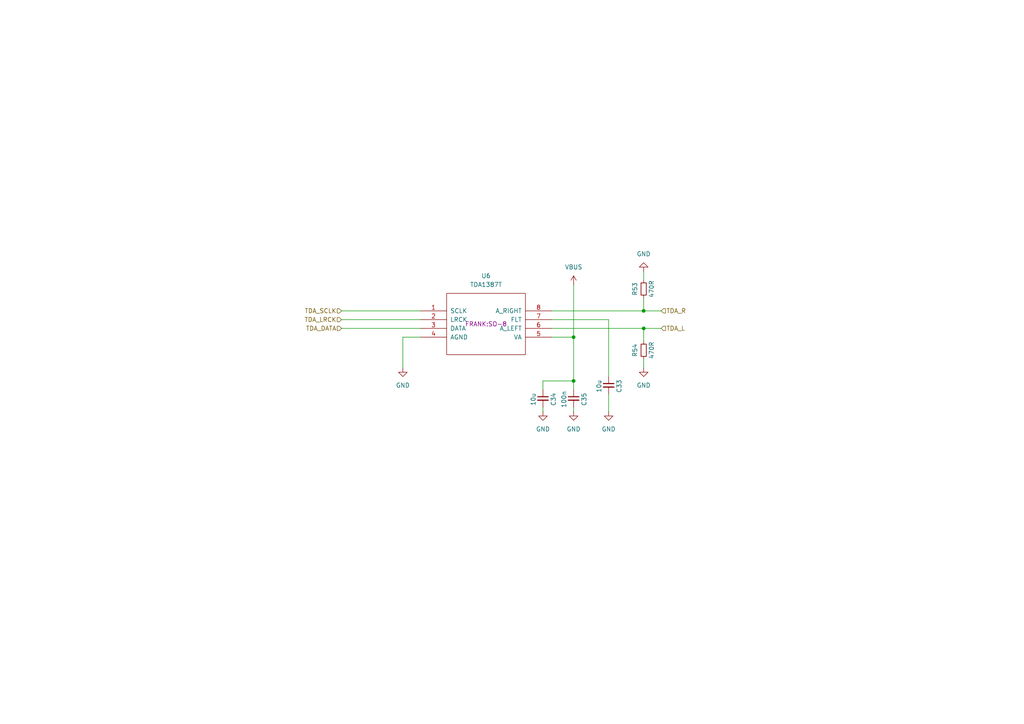
<source format=kicad_sch>
(kicad_sch (version 20250114) (generator "eeschema") (generator_version "9.0")
  (paper "A4")
  (title_block (title "MiniFRANK RM1E") (date "2025-04-15") (rev "${VERSION}") (company "Mikhail Matveev") (comment 1 "https://github.com/xtremespb/frank"))
  (lib_symbols
    (symbol "Device:C_Small" (pin_numbers (hide yes)) (pin_names (offset 0.254) (hide yes))
      (property "Reference" "C" (at 0.254 1.778 0))
      (property "Value" "C_Small" (at 0.254 -2.032 0))
      (symbol "C_Small_0_1"
        (polyline (pts (xy -1.524 0.508) (xy 1.524 0.508)) (stroke (width 0.3048)))
        (polyline (pts (xy -1.524 -0.508) (xy 1.524 -0.508)) (stroke (width 0.3302)))
      )
      (symbol "C_Small_1_1"
        (pin passive line (at 0 2.54 270) (length 2.032) (name "~") (number "1"))
        (pin passive line (at 0 -2.54 90) (length 2.032) (name "~") (number "2"))
      )
    )
    (symbol "Device:R_Small" (pin_numbers (hide yes)) (pin_names (offset 0.254) (hide yes))
      (property "Reference" "R" (at 0.762 0.508 0))
      (property "Value" "R_Small" (at 0.762 -1.016 0))
      (symbol "R_Small_0_1"
        (rectangle (start -0.762 1.778) (end 0.762 -1.778) (stroke (width 0.2032)))
      )
      (symbol "R_Small_1_1"
        (pin passive line (at 0 2.54 270) (length 0.762) (name "~") (number "1"))
        (pin passive line (at 0 -2.54 90) (length 0.762) (name "~") (number "2"))
      )
    )
    (symbol "FRANK:TDA1387T" (pin_names (offset 1.016))
      (property "Reference" "TDA1" (at 0 13.97 0))
      (property "Value" "TDA1387T" (at 0 11.43 0))
      (symbol "TDA1387T_1_0"
        (rectangle (start -11.43 -8.89) (end 11.43 8.89))
      )
      (symbol "TDA1387T_1_1"
        (pin input line (at -19.05 3.81 0) (length 7.62) (name "SCLK") (number "1"))
        (pin input line (at -19.05 1.27 0) (length 7.62) (name "LRCK") (number "2"))
        (pin input line (at -19.05 -1.27 0) (length 7.62) (name "DATA") (number "3"))
        (pin input line (at -19.05 -3.81 0) (length 7.62) (name "AGND") (number "4"))
        (pin input line (at 19.05 3.81 180) (length 7.62) (name "A_RIGHT") (number "8"))
        (pin input line (at 19.05 1.27 180) (length 7.62) (name "FLT") (number "7"))
        (pin input line (at 19.05 -1.27 180) (length 7.62) (name "A_LEFT") (number "6"))
        (pin input line (at 19.05 -3.81 180) (length 7.62) (name "VA") (number "5"))
      )
    )
    (symbol "power:GND" (power) (pin_numbers (hide yes)) (pin_names (offset 0) (hide yes))
      (property "Value" "GND" (at 0 -3.81 0))
      (symbol "GND_0_1"
        (polyline (pts (xy 0 0) (xy 0 -1.27) (xy 1.27 -1.27) (xy 0 -2.54) (xy -1.27 -1.27) (xy 0 -1.27)))
      )
      (symbol "GND_1_1"
        (pin power_in line (at 0 0 270) (length 0) (name "~") (number "1"))
      )
    )
    (symbol "power:VBUS" (power) (pin_numbers (hide yes)) (pin_names (offset 0) (hide yes))
      (property "Value" "VBUS" (at 0 3.556 0))
      (symbol "VBUS_0_1"
        (polyline (pts (xy -0.762 1.27) (xy 0 2.54)))
        (polyline (pts (xy 0 2.54) (xy 0.762 1.27)))
        (polyline (pts (xy 0 0) (xy 0 2.54)))
      )
      (symbol "VBUS_1_1"
        (pin power_in line (at 0 0 90) (length 0) (name "~") (number "1"))
      )
    )
  )
  (junction (at 186.69 90.17))
  (junction (at 186.69 95.25))
  (junction (at 166.37 110.49))
  (junction (at 166.37 97.79))
  (wire (pts (xy 176.53 92.71) (xy 176.53 109.22)))
  (wire (pts (xy 186.69 90.17) (xy 191.77 90.17)))
  (wire (pts (xy 186.69 95.25) (xy 186.69 99.06)))
  (wire (pts (xy 160.02 97.79) (xy 166.37 97.79)))
  (wire (pts (xy 157.48 119.38) (xy 157.48 118.11)))
  (wire (pts (xy 186.69 78.74) (xy 186.69 81.28)))
  (wire (pts (xy 99.06 95.25) (xy 121.92 95.25)))
  (wire (pts (xy 157.48 110.49) (xy 166.37 110.49)))
  (wire (pts (xy 176.53 92.71) (xy 160.02 92.71)))
  (wire (pts (xy 166.37 118.11) (xy 166.37 119.38)))
  (wire (pts (xy 99.06 90.17) (xy 121.92 90.17)))
  (wire (pts (xy 116.84 97.79) (xy 116.84 106.68)))
  (wire (pts (xy 166.37 97.79) (xy 166.37 110.49)))
  (wire (pts (xy 186.69 95.25) (xy 191.77 95.25)))
  (wire (pts (xy 160.02 90.17) (xy 186.69 90.17)))
  (wire (pts (xy 166.37 82.55) (xy 166.37 97.79)))
  (wire (pts (xy 157.48 113.03) (xy 157.48 110.49)))
  (wire (pts (xy 121.92 97.79) (xy 116.84 97.79)))
  (wire (pts (xy 166.37 110.49) (xy 166.37 113.03)))
  (wire (pts (xy 99.06 92.71) (xy 121.92 92.71)))
  (wire (pts (xy 186.69 106.68) (xy 186.69 104.14)))
  (wire (pts (xy 186.69 86.36) (xy 186.69 90.17)))
  (wire (pts (xy 160.02 95.25) (xy 186.69 95.25)))
  (wire (pts (xy 176.53 119.38) (xy 176.53 114.3)))
  (hierarchical_label "TDA_LRCK" (shape input) (at 99.06 92.71 180))
  (hierarchical_label "TDA_R" (shape input) (at 191.77 90.17 0))
  (hierarchical_label "TDA_DATA" (shape input) (at 99.06 95.25 180))
  (hierarchical_label "TDA_SCLK" (shape input) (at 99.06 90.17 180))
  (hierarchical_label "TDA_L" (shape input) (at 191.77 95.25 0))
  (symbol (lib_id "power:VBUS") (at 166.37 82.55 0) (unit 1)
    (property "Reference" "#PWR077" (effects (hide yes)))
    (property "Value" "VBUS" (at 166.37 77.47 0))
    (property "Description" "Power symbol creates a global label with name \"VBUS\"" (effects (hide yes)))
  )
  (symbol (lib_id "FRANK:TDA1387T") (at 140.97 93.98 0) (unit 1)
    (property "Reference" "U6" (at 140.97 80.01 0))
    (property "Value" "TDA1387T" (at 140.97 82.55 0))
    (property "Footprint" "FRANK:SO-8" (at 140.97 93.98 0))
    (property "Datasheet" "http://www.datasheet.hk/view_download.php?id=1130619&file=0065%5Ctda1387_515565.pdf" (effects (hide yes)))
    (property "AliExpress" "https://www.aliexpress.com/item/32995595000.html" (effects (hide yes)))
  )
  (symbol (lib_id "Device:C_Small") (at 166.37 115.57 0) (unit 1)
    (property "Reference" "C35" (at 169.418 115.824 90))
    (property "Value" "100n" (at 163.576 115.824 90))
    (property "Footprint" "FRANK:Capacitor (0402)" (effects (hide yes)))
    (property "Datasheet" "https://eu.mouser.com/datasheet/2/40/KGM_X7R-3223212.pdf" (effects (hide yes)))
    (property "Description" "Unpolarized capacitor, small symbol" (effects (hide yes)))
    (property "AliExpress" "https://www.aliexpress.com/item/33008008276.html" (effects (hide yes)))
  )
  (symbol (lib_id "Device:R_Small") (at 186.69 101.6 180) (unit 1)
    (property "Reference" "R54" (at 184.15 101.6 90))
    (property "Value" "470R" (at 188.976 101.6 90))
    (property "Footprint" "FRANK:Resistor (0402)" (effects (hide yes)))
    (property "Datasheet" "https://www.vishay.com/docs/28952/mcs0402at-mct0603at-mcu0805at-mca1206at.pdf" (effects (hide yes)))
    (property "Description" "Resistor, small symbol" (effects (hide yes)))
    (property "AliExpress" "https://www.aliexpress.com/item/1005005945735199.html" (effects (hide yes)))
  )
  (symbol (lib_id "power:GND") (at 186.69 106.68 0) (unit 1)
    (property "Reference" "#PWR0106" (effects (hide yes)))
    (property "Value" "GND" (at 186.69 111.76 0))
    (property "Description" "Power symbol creates a global label with name \"GND\" , ground" (effects (hide yes)))
  )
  (symbol (lib_id "power:GND") (at 186.69 78.74 180) (unit 1)
    (property "Reference" "#PWR076" (effects (hide yes)))
    (property "Value" "GND" (at 186.69 73.66 0))
    (property "Description" "Power symbol creates a global label with name \"GND\" , ground" (effects (hide yes)))
  )
  (symbol (lib_id "Device:R_Small") (at 186.69 83.82 180) (unit 1)
    (property "Reference" "R53" (at 184.15 83.82 90))
    (property "Value" "470R" (at 188.976 83.82 90))
    (property "Footprint" "FRANK:Resistor (0402)" (effects (hide yes)))
    (property "Datasheet" "https://www.vishay.com/docs/28952/mcs0402at-mct0603at-mcu0805at-mca1206at.pdf" (effects (hide yes)))
    (property "Description" "Resistor, small symbol" (effects (hide yes)))
    (property "AliExpress" "https://www.aliexpress.com/item/1005005945735199.html" (effects (hide yes)))
  )
  (symbol (lib_id "power:GND") (at 116.84 106.68 0) (unit 1)
    (property "Reference" "#PWR0107" (effects (hide yes)))
    (property "Value" "GND" (at 116.84 111.76 0))
    (property "Description" "Power symbol creates a global label with name \"GND\" , ground" (effects (hide yes)))
  )
  (symbol (lib_id "power:GND") (at 166.37 119.38 0) (unit 1)
    (property "Reference" "#PWR081" (effects (hide yes)))
    (property "Value" "GND" (at 166.37 124.46 0))
    (property "Description" "Power symbol creates a global label with name \"GND\" , ground" (effects (hide yes)))
  )
  (symbol (lib_id "Device:C_Small") (at 176.53 111.76 0) (unit 1)
    (property "Reference" "C33" (at 179.578 112.014 90))
    (property "Value" "10u" (at 173.736 112.014 90))
    (property "Footprint" "FRANK:Capacitor (0402)" (effects (hide yes)))
    (property "Datasheet" "https://eu.mouser.com/datasheet/2/40/KGM_X7R-3223212.pdf" (effects (hide yes)))
    (property "Description" "Unpolarized capacitor, small symbol" (effects (hide yes)))
    (property "AliExpress" "https://www.aliexpress.com/item/33008008276.html" (effects (hide yes)))
  )
  (symbol (lib_id "power:GND") (at 157.48 119.38 0) (unit 1)
    (property "Reference" "#PWR080" (effects (hide yes)))
    (property "Value" "GND" (at 157.48 124.46 0))
    (property "Description" "Power symbol creates a global label with name \"GND\" , ground" (effects (hide yes)))
  )
  (symbol (lib_id "Device:C_Small") (at 157.48 115.57 0) (unit 1)
    (property "Reference" "C34" (at 160.528 115.824 90))
    (property "Value" "10u" (at 154.686 115.824 90))
    (property "Footprint" "FRANK:Capacitor (0402)" (effects (hide yes)))
    (property "Datasheet" "https://eu.mouser.com/datasheet/2/40/KGM_X7R-3223212.pdf" (effects (hide yes)))
    (property "Description" "Unpolarized capacitor, small symbol" (effects (hide yes)))
    (property "AliExpress" "https://www.aliexpress.com/item/33008008276.html" (effects (hide yes)))
  )
  (symbol (lib_id "power:GND") (at 176.53 119.38 0) (unit 1)
    (property "Reference" "#PWR082" (effects (hide yes)))
    (property "Value" "GND" (at 176.53 124.46 0))
    (property "Description" "Power symbol creates a global label with name \"GND\" , ground" (effects (hide yes)))
  )
)
</source>
